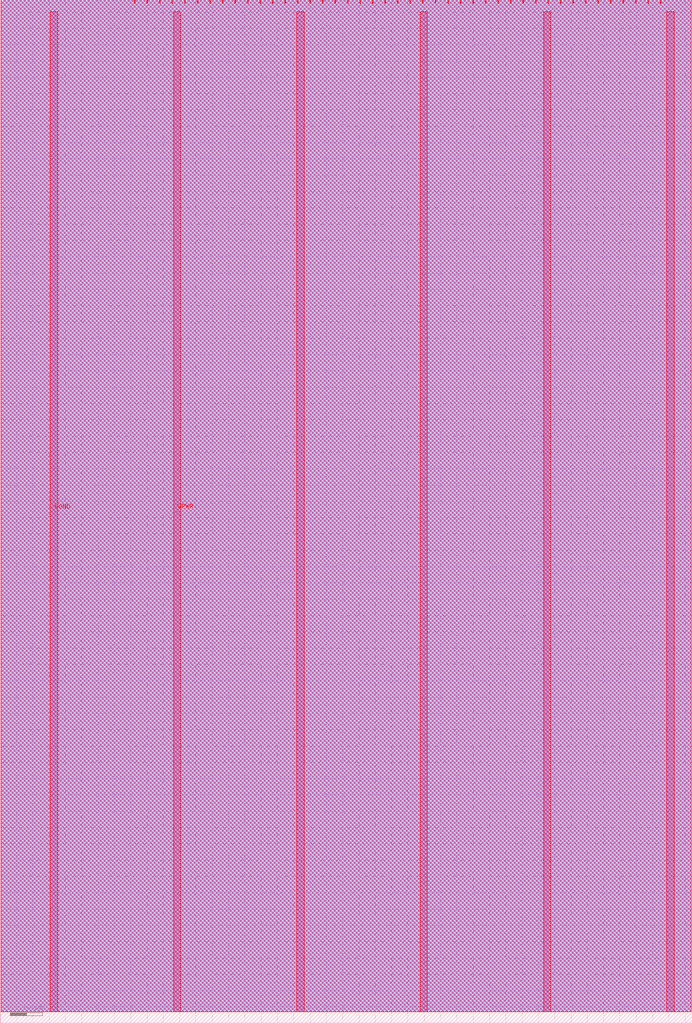
<source format=lef>
VERSION 5.8 ;
BUSBITCHARS "[]" ;
DIVIDERCHAR "/" ;
UNITS
    DATABASE MICRONS 1000 ;
END UNITS

VIA tt_um_MichaelBell_canon_via1_2_2200_440_1_5_410_410
  VIARULE via1Array ;
  CUTSIZE 0.19 0.19 ;
  LAYERS Metal1 Via1 Metal2 ;
  CUTSPACING 0.22 0.22 ;
  ENCLOSURE 0.01 0.125 0.05 0.005 ;
  ROWCOL 1 5 ;
END tt_um_MichaelBell_canon_via1_2_2200_440_1_5_410_410

VIA tt_um_MichaelBell_canon_via2_3_2200_440_1_5_410_410
  VIARULE via2Array ;
  CUTSIZE 0.19 0.19 ;
  LAYERS Metal2 Via2 Metal3 ;
  CUTSPACING 0.22 0.22 ;
  ENCLOSURE 0.05 0.005 0.005 0.05 ;
  ROWCOL 1 5 ;
END tt_um_MichaelBell_canon_via2_3_2200_440_1_5_410_410

VIA tt_um_MichaelBell_canon_via3_4_2200_440_1_5_410_410
  VIARULE via3Array ;
  CUTSIZE 0.19 0.19 ;
  LAYERS Metal3 Via3 Metal4 ;
  CUTSPACING 0.22 0.22 ;
  ENCLOSURE 0.005 0.05 0.05 0.005 ;
  ROWCOL 1 5 ;
END tt_um_MichaelBell_canon_via3_4_2200_440_1_5_410_410

VIA tt_um_MichaelBell_canon_via4_5_2200_440_1_5_410_410
  VIARULE via4Array ;
  CUTSIZE 0.19 0.19 ;
  LAYERS Metal4 Via4 Metal5 ;
  CUTSPACING 0.22 0.22 ;
  ENCLOSURE 0.05 0.005 0.185 0.05 ;
  ROWCOL 1 5 ;
END tt_um_MichaelBell_canon_via4_5_2200_440_1_5_410_410

MACRO tt_um_MichaelBell_canon
  FOREIGN tt_um_MichaelBell_canon 0 0 ;
  CLASS BLOCK ;
  SIZE 212.16 BY 313.74 ;
  PIN clk
    DIRECTION INPUT ;
    USE SIGNAL ;
    PORT
      LAYER Metal5 ;
        RECT  198.57 312.74 198.87 313.74 ;
    END
  END clk
  PIN ena
    DIRECTION INPUT ;
    USE SIGNAL ;
    PORT
      LAYER Metal5 ;
        RECT  202.41 312.74 202.71 313.74 ;
    END
  END ena
  PIN rst_n
    DIRECTION INPUT ;
    USE SIGNAL ;
    PORT
      LAYER Metal5 ;
        RECT  194.73 312.74 195.03 313.74 ;
    END
  END rst_n
  PIN ui_in[0]
    DIRECTION INPUT ;
    USE SIGNAL ;
    PORT
      LAYER Metal5 ;
        RECT  190.89 312.74 191.19 313.74 ;
    END
  END ui_in[0]
  PIN ui_in[1]
    DIRECTION INPUT ;
    USE SIGNAL ;
    PORT
      LAYER Metal5 ;
        RECT  187.05 312.74 187.35 313.74 ;
    END
  END ui_in[1]
  PIN ui_in[2]
    DIRECTION INPUT ;
    USE SIGNAL ;
    PORT
      LAYER Metal5 ;
        RECT  183.21 312.74 183.51 313.74 ;
    END
  END ui_in[2]
  PIN ui_in[3]
    DIRECTION INPUT ;
    USE SIGNAL ;
    PORT
      LAYER Metal5 ;
        RECT  179.37 312.74 179.67 313.74 ;
    END
  END ui_in[3]
  PIN ui_in[4]
    DIRECTION INPUT ;
    USE SIGNAL ;
    PORT
      LAYER Metal5 ;
        RECT  175.53 312.74 175.83 313.74 ;
    END
  END ui_in[4]
  PIN ui_in[5]
    DIRECTION INPUT ;
    USE SIGNAL ;
    PORT
      LAYER Metal5 ;
        RECT  171.69 312.74 171.99 313.74 ;
    END
  END ui_in[5]
  PIN ui_in[6]
    DIRECTION INPUT ;
    USE SIGNAL ;
    PORT
      LAYER Metal5 ;
        RECT  167.85 312.74 168.15 313.74 ;
    END
  END ui_in[6]
  PIN ui_in[7]
    DIRECTION INPUT ;
    USE SIGNAL ;
    PORT
      LAYER Metal5 ;
        RECT  164.01 312.74 164.31 313.74 ;
    END
  END ui_in[7]
  PIN uio_in[0]
    DIRECTION INPUT ;
    USE SIGNAL ;
    PORT
      LAYER Metal5 ;
        RECT  160.17 312.74 160.47 313.74 ;
    END
  END uio_in[0]
  PIN uio_in[1]
    DIRECTION INPUT ;
    USE SIGNAL ;
    PORT
      LAYER Metal5 ;
        RECT  156.33 312.74 156.63 313.74 ;
    END
  END uio_in[1]
  PIN uio_in[2]
    DIRECTION INPUT ;
    USE SIGNAL ;
    PORT
      LAYER Metal5 ;
        RECT  152.49 312.74 152.79 313.74 ;
    END
  END uio_in[2]
  PIN uio_in[3]
    DIRECTION INPUT ;
    USE SIGNAL ;
    PORT
      LAYER Metal5 ;
        RECT  148.65 312.74 148.95 313.74 ;
    END
  END uio_in[3]
  PIN uio_in[4]
    DIRECTION INPUT ;
    USE SIGNAL ;
    PORT
      LAYER Metal5 ;
        RECT  144.81 312.74 145.11 313.74 ;
    END
  END uio_in[4]
  PIN uio_in[5]
    DIRECTION INPUT ;
    USE SIGNAL ;
    PORT
      LAYER Metal5 ;
        RECT  140.97 312.74 141.27 313.74 ;
    END
  END uio_in[5]
  PIN uio_in[6]
    DIRECTION INPUT ;
    USE SIGNAL ;
    PORT
      LAYER Metal5 ;
        RECT  137.13 312.74 137.43 313.74 ;
    END
  END uio_in[6]
  PIN uio_in[7]
    DIRECTION INPUT ;
    USE SIGNAL ;
    PORT
      LAYER Metal5 ;
        RECT  133.29 312.74 133.59 313.74 ;
    END
  END uio_in[7]
  PIN uio_oe[0]
    DIRECTION OUTPUT ;
    USE SIGNAL ;
    PORT
      LAYER Metal5 ;
        RECT  68.01 312.74 68.31 313.74 ;
    END
  END uio_oe[0]
  PIN uio_oe[1]
    DIRECTION OUTPUT ;
    USE SIGNAL ;
    PORT
      LAYER Metal5 ;
        RECT  64.17 312.74 64.47 313.74 ;
    END
  END uio_oe[1]
  PIN uio_oe[2]
    DIRECTION OUTPUT ;
    USE SIGNAL ;
    PORT
      LAYER Metal5 ;
        RECT  60.33 312.74 60.63 313.74 ;
    END
  END uio_oe[2]
  PIN uio_oe[3]
    DIRECTION OUTPUT ;
    USE SIGNAL ;
    PORT
      LAYER Metal5 ;
        RECT  56.49 312.74 56.79 313.74 ;
    END
  END uio_oe[3]
  PIN uio_oe[4]
    DIRECTION OUTPUT ;
    USE SIGNAL ;
    PORT
      LAYER Metal5 ;
        RECT  52.65 312.74 52.95 313.74 ;
    END
  END uio_oe[4]
  PIN uio_oe[5]
    DIRECTION OUTPUT ;
    USE SIGNAL ;
    PORT
      LAYER Metal5 ;
        RECT  48.81 312.74 49.11 313.74 ;
    END
  END uio_oe[5]
  PIN uio_oe[6]
    DIRECTION OUTPUT ;
    USE SIGNAL ;
    PORT
      LAYER Metal5 ;
        RECT  44.97 312.74 45.27 313.74 ;
    END
  END uio_oe[6]
  PIN uio_oe[7]
    DIRECTION OUTPUT ;
    USE SIGNAL ;
    PORT
      LAYER Metal5 ;
        RECT  41.13 312.74 41.43 313.74 ;
    END
  END uio_oe[7]
  PIN uio_out[0]
    DIRECTION OUTPUT ;
    USE SIGNAL ;
    PORT
      LAYER Metal5 ;
        RECT  98.73 312.74 99.03 313.74 ;
    END
  END uio_out[0]
  PIN uio_out[1]
    DIRECTION OUTPUT ;
    USE SIGNAL ;
    PORT
      LAYER Metal5 ;
        RECT  94.89 312.74 95.19 313.74 ;
    END
  END uio_out[1]
  PIN uio_out[2]
    DIRECTION OUTPUT ;
    USE SIGNAL ;
    PORT
      LAYER Metal5 ;
        RECT  91.05 312.74 91.35 313.74 ;
    END
  END uio_out[2]
  PIN uio_out[3]
    DIRECTION OUTPUT ;
    USE SIGNAL ;
    PORT
      LAYER Metal5 ;
        RECT  87.21 312.74 87.51 313.74 ;
    END
  END uio_out[3]
  PIN uio_out[4]
    DIRECTION OUTPUT ;
    USE SIGNAL ;
    PORT
      LAYER Metal5 ;
        RECT  83.37 312.74 83.67 313.74 ;
    END
  END uio_out[4]
  PIN uio_out[5]
    DIRECTION OUTPUT ;
    USE SIGNAL ;
    PORT
      LAYER Metal5 ;
        RECT  79.53 312.74 79.83 313.74 ;
    END
  END uio_out[5]
  PIN uio_out[6]
    DIRECTION OUTPUT ;
    USE SIGNAL ;
    PORT
      LAYER Metal5 ;
        RECT  75.69 312.74 75.99 313.74 ;
    END
  END uio_out[6]
  PIN uio_out[7]
    DIRECTION OUTPUT ;
    USE SIGNAL ;
    PORT
      LAYER Metal5 ;
        RECT  71.85 312.74 72.15 313.74 ;
    END
  END uio_out[7]
  PIN uo_out[0]
    DIRECTION OUTPUT ;
    USE SIGNAL ;
    PORT
      LAYER Metal5 ;
        RECT  129.45 312.74 129.75 313.74 ;
    END
  END uo_out[0]
  PIN uo_out[1]
    DIRECTION OUTPUT ;
    USE SIGNAL ;
    PORT
      LAYER Metal5 ;
        RECT  125.61 312.74 125.91 313.74 ;
    END
  END uo_out[1]
  PIN uo_out[2]
    DIRECTION OUTPUT ;
    USE SIGNAL ;
    PORT
      LAYER Metal5 ;
        RECT  121.77 312.74 122.07 313.74 ;
    END
  END uo_out[2]
  PIN uo_out[3]
    DIRECTION OUTPUT ;
    USE SIGNAL ;
    PORT
      LAYER Metal5 ;
        RECT  117.93 312.74 118.23 313.74 ;
    END
  END uo_out[3]
  PIN uo_out[4]
    DIRECTION OUTPUT ;
    USE SIGNAL ;
    PORT
      LAYER Metal5 ;
        RECT  114.09 312.74 114.39 313.74 ;
    END
  END uo_out[4]
  PIN uo_out[5]
    DIRECTION OUTPUT ;
    USE SIGNAL ;
    PORT
      LAYER Metal5 ;
        RECT  110.25 312.74 110.55 313.74 ;
    END
  END uo_out[5]
  PIN uo_out[6]
    DIRECTION OUTPUT ;
    USE SIGNAL ;
    PORT
      LAYER Metal5 ;
        RECT  106.41 312.74 106.71 313.74 ;
    END
  END uo_out[6]
  PIN uo_out[7]
    DIRECTION OUTPUT ;
    USE SIGNAL ;
    PORT
      LAYER Metal5 ;
        RECT  102.57 312.74 102.87 313.74 ;
    END
  END uo_out[7]
  PIN VGND
    DIRECTION INOUT ;
    USE GROUND ;
    PORT
      LAYER Metal5 ;
        RECT  166.58 3.56 168.78 310.18 ;
        RECT  90.98 3.56 93.18 310.18 ;
        RECT  15.38 3.56 17.58 310.18 ;
    END
  END VGND
  PIN VPWR
    DIRECTION INOUT ;
    USE POWER ;
    PORT
      LAYER Metal5 ;
        RECT  204.38 3.56 206.58 310.18 ;
        RECT  128.78 3.56 130.98 310.18 ;
        RECT  53.18 3.56 55.38 310.18 ;
    END
  END VPWR
  OBS
    LAYER Metal1 ;
     RECT  0.335 3.56 211.825 313.74 ;
    LAYER Metal2 ;
     RECT  0.335 3.56 211.825 313.74 ;
    LAYER Metal3 ;
     RECT  0.335 3.56 211.825 313.74 ;
    LAYER Metal4 ;
     RECT  0.335 3.56 211.825 313.74 ;
    LAYER Metal5 ;
     RECT  0.335 3.56 211.825 313.74 ;
  END
END tt_um_MichaelBell_canon
END LIBRARY

</source>
